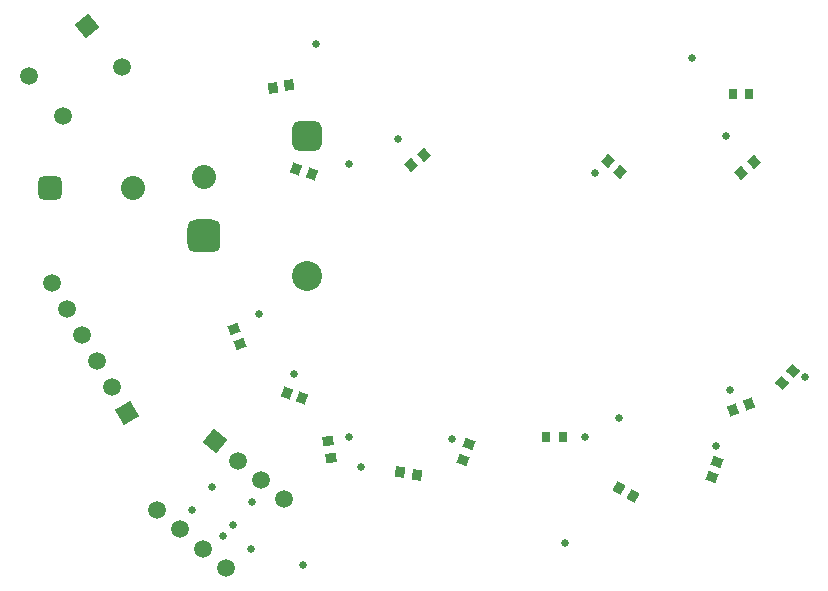
<source format=gbr>
G04 Layer_Color=255*
%FSLAX26Y26*%
%MOIN*%
%TF.FileFunction,Pads,Top*%
%TF.Part,Single*%
%TFFileComment,Halloween PCB
Pumpkin Badge
V1
Gadorach
(W.W.S.)*%
G01*
G75*
%TA.AperFunction,SMDPad,CuDef*%
G04:AMPARAMS|DCode=11|XSize=35.433mil|YSize=31.496mil|CornerRadius=0mil|HoleSize=0mil|Usage=FLASHONLY|Rotation=160.000|XOffset=0mil|YOffset=0mil|HoleType=Round|Shape=Rectangle|*
%AMROTATEDRECTD11*
4,1,4,0.022034,0.008739,0.011262,-0.020858,-0.022034,-0.008739,-0.011262,0.020858,0.022034,0.008739,0.0*
%
%ADD11ROTATEDRECTD11*%

G04:AMPARAMS|DCode=12|XSize=35.433mil|YSize=31.496mil|CornerRadius=0mil|HoleSize=0mil|Usage=FLASHONLY|Rotation=80.000|XOffset=0mil|YOffset=0mil|HoleType=Round|Shape=Rectangle|*
%AMROTATEDRECTD12*
4,1,4,0.012432,-0.020182,-0.018585,-0.014713,-0.012432,0.020182,0.018585,0.014713,0.012432,-0.020182,0.0*
%
%ADD12ROTATEDRECTD12*%

G04:AMPARAMS|DCode=13|XSize=35.433mil|YSize=31.496mil|CornerRadius=0mil|HoleSize=0mil|Usage=FLASHONLY|Rotation=190.000|XOffset=0mil|YOffset=0mil|HoleType=Round|Shape=Rectangle|*
%AMROTATEDRECTD13*
4,1,4,0.014713,0.018585,0.020182,-0.012432,-0.014713,-0.018585,-0.020182,0.012432,0.014713,0.018585,0.0*
%
%ADD13ROTATEDRECTD13*%

G04:AMPARAMS|DCode=14|XSize=35.433mil|YSize=31.496mil|CornerRadius=0mil|HoleSize=0mil|Usage=FLASHONLY|Rotation=250.000|XOffset=0mil|YOffset=0mil|HoleType=Round|Shape=Rectangle|*
%AMROTATEDRECTD14*
4,1,4,-0.008739,0.022034,0.020858,0.011262,0.008739,-0.022034,-0.020858,-0.011262,-0.008739,0.022034,0.0*
%
%ADD14ROTATEDRECTD14*%

G04:AMPARAMS|DCode=15|XSize=35.433mil|YSize=31.496mil|CornerRadius=0mil|HoleSize=0mil|Usage=FLASHONLY|Rotation=200.000|XOffset=0mil|YOffset=0mil|HoleType=Round|Shape=Rectangle|*
%AMROTATEDRECTD15*
4,1,4,0.011262,0.020858,0.022034,-0.008739,-0.011262,-0.020858,-0.022034,0.008739,0.011262,0.020858,0.0*
%
%ADD15ROTATEDRECTD15*%

G04:AMPARAMS|DCode=16|XSize=35.433mil|YSize=31.496mil|CornerRadius=0mil|HoleSize=0mil|Usage=FLASHONLY|Rotation=130.000|XOffset=0mil|YOffset=0mil|HoleType=Round|Shape=Rectangle|*
%AMROTATEDRECTD16*
4,1,4,0.023452,-0.003449,-0.000676,-0.023694,-0.023452,0.003449,0.000676,0.023694,0.023452,-0.003449,0.0*
%
%ADD16ROTATEDRECTD16*%

G04:AMPARAMS|DCode=17|XSize=35.433mil|YSize=31.496mil|CornerRadius=0mil|HoleSize=0mil|Usage=FLASHONLY|Rotation=100.000|XOffset=0mil|YOffset=0mil|HoleType=Round|Shape=Rectangle|*
%AMROTATEDRECTD17*
4,1,4,0.018585,-0.014713,-0.012432,-0.020182,-0.018585,0.014713,0.012432,0.020182,0.018585,-0.014713,0.0*
%
%ADD17ROTATEDRECTD17*%

%ADD18R,0.031496X0.035433*%
G04:AMPARAMS|DCode=19|XSize=35.433mil|YSize=31.496mil|CornerRadius=0mil|HoleSize=0mil|Usage=FLASHONLY|Rotation=230.000|XOffset=0mil|YOffset=0mil|HoleType=Round|Shape=Rectangle|*
%AMROTATEDRECTD19*
4,1,4,-0.000676,0.023694,0.023452,0.003449,0.000676,-0.023694,-0.023452,-0.003449,-0.000676,0.023694,0.0*
%
%ADD19ROTATEDRECTD19*%

G04:AMPARAMS|DCode=20|XSize=35.433mil|YSize=31.496mil|CornerRadius=0mil|HoleSize=0mil|Usage=FLASHONLY|Rotation=140.000|XOffset=0mil|YOffset=0mil|HoleType=Round|Shape=Rectangle|*
%AMROTATEDRECTD20*
4,1,4,0.023694,0.000676,0.003449,-0.023452,-0.023694,-0.000676,-0.003449,0.023452,0.023694,0.000676,0.0*
%
%ADD20ROTATEDRECTD20*%

G04:AMPARAMS|DCode=21|XSize=35.433mil|YSize=31.496mil|CornerRadius=0mil|HoleSize=0mil|Usage=FLASHONLY|Rotation=290.000|XOffset=0mil|YOffset=0mil|HoleType=Round|Shape=Rectangle|*
%AMROTATEDRECTD21*
4,1,4,-0.020858,0.011262,0.008739,0.022034,0.020858,-0.011262,-0.008739,-0.022034,-0.020858,0.011262,0.0*
%
%ADD21ROTATEDRECTD21*%

G04:AMPARAMS|DCode=22|XSize=35.433mil|YSize=31.496mil|CornerRadius=0mil|HoleSize=0mil|Usage=FLASHONLY|Rotation=240.000|XOffset=0mil|YOffset=0mil|HoleType=Round|Shape=Rectangle|*
%AMROTATEDRECTD22*
4,1,4,-0.004780,0.023217,0.022497,0.007469,0.004780,-0.023217,-0.022497,-0.007469,-0.004780,0.023217,0.0*
%
%ADD22ROTATEDRECTD22*%

%TA.AperFunction,ViaPad*%
%ADD26C,0.025000*%
%TA.AperFunction,ComponentPad*%
%ADD27P,0.083516X4X265.0*%
%ADD28C,0.059055*%
%ADD29C,0.080000*%
G04:AMPARAMS|DCode=30|XSize=110mil|YSize=110mil|CornerRadius=27.5mil|HoleSize=0mil|Usage=FLASHONLY|Rotation=90.000|XOffset=0mil|YOffset=0mil|HoleType=Round|Shape=RoundedRectangle|*
%AMROUNDEDRECTD30*
21,1,0.110000,0.055000,0,0,90.0*
21,1,0.055000,0.110000,0,0,90.0*
1,1,0.055000,0.027500,0.027500*
1,1,0.055000,0.027500,-0.027500*
1,1,0.055000,-0.027500,-0.027500*
1,1,0.055000,-0.027500,0.027500*
%
%ADD30ROUNDEDRECTD30*%
%ADD31P,0.083516X4X165.0*%
%ADD32P,0.083516X4X275.0*%
G04:AMPARAMS|DCode=33|XSize=80mil|YSize=80mil|CornerRadius=20mil|HoleSize=0mil|Usage=FLASHONLY|Rotation=180.000|XOffset=0mil|YOffset=0mil|HoleType=Round|Shape=RoundedRectangle|*
%AMROUNDEDRECTD33*
21,1,0.080000,0.040000,0,0,180.0*
21,1,0.040000,0.080000,0,0,180.0*
1,1,0.040000,-0.020000,0.020000*
1,1,0.040000,0.020000,0.020000*
1,1,0.040000,0.020000,-0.020000*
1,1,0.040000,-0.020000,-0.020000*
%
%ADD33ROUNDEDRECTD33*%
%ADD34C,0.100000*%
G04:AMPARAMS|DCode=35|XSize=100mil|YSize=100mil|CornerRadius=25mil|HoleSize=0mil|Usage=FLASHONLY|Rotation=180.000|XOffset=0mil|YOffset=0mil|HoleType=Round|Shape=RoundedRectangle|*
%AMROUNDEDRECTD35*
21,1,0.100000,0.050000,0,0,180.0*
21,1,0.050000,0.100000,0,0,180.0*
1,1,0.050000,-0.025000,0.025000*
1,1,0.050000,0.025000,0.025000*
1,1,0.050000,0.025000,-0.025000*
1,1,0.050000,-0.025000,-0.025000*
%
%ADD35ROUNDEDRECTD35*%
D11*
X3659788Y1949834D02*
D03*
X3678640Y2001628D02*
D03*
X4486930Y1891032D02*
D03*
X4505780Y1942826D02*
D03*
D12*
X3449988Y1909954D02*
D03*
X3504270Y1900384D02*
D03*
D13*
X3219268Y1956430D02*
D03*
X3209696Y2010712D02*
D03*
D14*
X3122776Y2154470D02*
D03*
X3070982Y2173320D02*
D03*
X3102500Y2919860D02*
D03*
X3154294Y2901008D02*
D03*
D15*
X2914220Y2334004D02*
D03*
X2895368Y2385798D02*
D03*
D16*
X3485910Y2931182D02*
D03*
X3528132Y2966612D02*
D03*
X4586082Y2907184D02*
D03*
X4628304Y2942612D02*
D03*
D17*
X3025422Y3189058D02*
D03*
X3079702Y3198628D02*
D03*
D18*
X4557958Y3167812D02*
D03*
X4613076D02*
D03*
X3935662Y2026692D02*
D03*
X3990780D02*
D03*
D19*
X4182778Y2909106D02*
D03*
X4140556Y2944536D02*
D03*
D20*
X4721412Y2204084D02*
D03*
X4756840Y2246306D02*
D03*
D21*
X4611030Y2134526D02*
D03*
X4559236Y2115674D02*
D03*
D22*
X4226214Y1828668D02*
D03*
X4178480Y1856226D02*
D03*
D26*
X2950477Y1653072D02*
D03*
X3998934Y1671614D02*
D03*
X3622436Y2018386D02*
D03*
X4063885Y2026236D02*
D03*
X4177990Y2087197D02*
D03*
X4500779Y1995864D02*
D03*
X4798107Y2223865D02*
D03*
X4549345Y2182220D02*
D03*
X4423143Y3288481D02*
D03*
X4536506Y3029477D02*
D03*
X4097325Y2905185D02*
D03*
X3168547Y3336161D02*
D03*
X3442314Y3019239D02*
D03*
X3280068Y2934958D02*
D03*
X2978213Y2436230D02*
D03*
X3095743Y2236865D02*
D03*
X3317117Y1924418D02*
D03*
X3277886Y2024597D02*
D03*
X2755171Y1780601D02*
D03*
X2859942Y1694462D02*
D03*
X3125254Y1598646D02*
D03*
X2820492Y1858158D02*
D03*
X2955316Y1810220D02*
D03*
X2891798Y1733522D02*
D03*
D27*
X2406471Y3394796D02*
D03*
D28*
X2520351Y3259079D02*
D03*
X2210436Y3230303D02*
D03*
X2324316Y3094586D02*
D03*
X2290000Y2538206D02*
D03*
X2340000Y2451602D02*
D03*
X2390000Y2365000D02*
D03*
X2440000Y2278398D02*
D03*
X2490000Y2191794D02*
D03*
X2868488Y1588676D02*
D03*
X2791884Y1652954D02*
D03*
X2715280Y1717232D02*
D03*
X2638676Y1781512D02*
D03*
X3061324Y1818488D02*
D03*
X2984720Y1882768D02*
D03*
X2908116Y1947046D02*
D03*
D29*
X2795000Y2893426D02*
D03*
X2559764Y2855000D02*
D03*
D30*
X2795000Y2696574D02*
D03*
D31*
X2540000Y2105192D02*
D03*
D32*
X2831512Y2011324D02*
D03*
D33*
X2280236Y2855000D02*
D03*
D34*
X3140000Y2561496D02*
D03*
D35*
Y3030000D02*
D03*
%TF.MD5,475fa33c52ef58bd57b2de42609e642b*%
M02*

</source>
